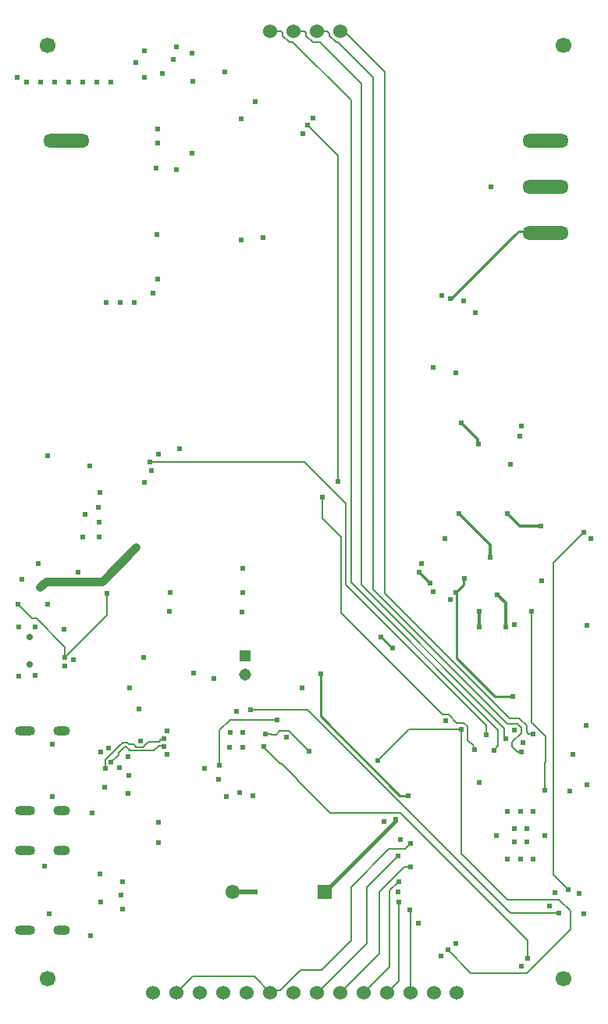
<source format=gbl>
G04*
G04 #@! TF.GenerationSoftware,Altium Limited,Altium Designer,25.4.2 (15)*
G04*
G04 Layer_Physical_Order=4*
G04 Layer_Color=16711680*
%FSLAX44Y44*%
%MOMM*%
G71*
G04*
G04 #@! TF.SameCoordinates,6A8DEE2E-71F6-4429-A04B-94C45BF31DEA*
G04*
G04*
G04 #@! TF.FilePolarity,Positive*
G04*
G01*
G75*
%ADD12C,0.1524*%
%ADD16C,0.2540*%
%ADD96C,1.5500*%
%ADD97R,1.5500X1.5500*%
G04:AMPARAMS|DCode=100|XSize=1mm|YSize=1.8mm|CornerRadius=0.5mm|HoleSize=0mm|Usage=FLASHONLY|Rotation=270.000|XOffset=0mm|YOffset=0mm|HoleType=Round|Shape=RoundedRectangle|*
%AMROUNDEDRECTD100*
21,1,1.0000,0.8000,0,0,270.0*
21,1,0.0000,1.8000,0,0,270.0*
1,1,1.0000,-0.4000,0.0000*
1,1,1.0000,-0.4000,0.0000*
1,1,1.0000,0.4000,0.0000*
1,1,1.0000,0.4000,0.0000*
%
%ADD100ROUNDEDRECTD100*%
G04:AMPARAMS|DCode=101|XSize=1mm|YSize=2.2mm|CornerRadius=0.5mm|HoleSize=0mm|Usage=FLASHONLY|Rotation=270.000|XOffset=0mm|YOffset=0mm|HoleType=Round|Shape=RoundedRectangle|*
%AMROUNDEDRECTD101*
21,1,1.0000,1.2000,0,0,270.0*
21,1,0.0000,2.2000,0,0,270.0*
1,1,1.0000,-0.6000,0.0000*
1,1,1.0000,-0.6000,0.0000*
1,1,1.0000,0.6000,0.0000*
1,1,1.0000,0.6000,0.0000*
%
%ADD101ROUNDEDRECTD101*%
%ADD102C,0.3302*%
%ADD103C,0.5080*%
%ADD104C,0.3810*%
%ADD105C,0.1532*%
%ADD108C,0.7000*%
%ADD109O,5.0000X1.5000*%
%ADD110C,1.5240*%
%ADD111C,1.7000*%
%ADD112R,1.3080X1.3080*%
%ADD113C,1.3080*%
%ADD114C,0.6096*%
%ADD116C,0.8890*%
D12*
X295632Y277868D02*
X297132D01*
X277750Y295750D02*
X278000Y295500D01*
X295632Y277868D01*
X297132D02*
X314139Y260861D01*
X361000Y441000D02*
X471142Y330858D01*
X477841D01*
X486922Y321777D01*
X494719D01*
X498736Y303264D02*
Y317760D01*
Y303264D02*
X505320Y296680D01*
Y293680D02*
Y296680D01*
X494719Y321777D02*
X498736Y317760D01*
X361000Y441000D02*
Y523000D01*
X505320Y293680D02*
X506000Y293000D01*
X396000Y466524D02*
Y1021000D01*
Y466524D02*
X541545Y320979D01*
X357811Y1059189D02*
X396000Y1021000D01*
X372000Y474000D02*
Y996000D01*
X305108Y1059189D02*
X308811D01*
X372000Y996000D01*
X355908Y1059189D02*
X357811D01*
X348989Y1066108D02*
X355908Y1059189D01*
X335400Y1071000D02*
X335439Y1070961D01*
X346039D02*
X348989Y1068011D01*
Y1066108D02*
Y1068011D01*
X335439Y1070961D02*
X346039D01*
X409000Y461785D02*
Y1027000D01*
X364030Y1071000D02*
X367519Y1067512D01*
X368488D02*
X409000Y1027000D01*
X360800Y1071000D02*
X364030D01*
X367519Y1067512D02*
X368488D01*
X383000Y471262D02*
X538603Y315659D01*
X383000Y471262D02*
Y1014476D01*
X338288Y1059189D02*
X383000Y1014476D01*
X409000Y461785D02*
X543964Y326821D01*
X554832D01*
X358000Y583000D02*
Y936000D01*
X325000Y969000D02*
X358000Y936000D01*
X324747Y336000D02*
X544747Y116000D01*
X598000D01*
X582000Y277981D02*
X583000Y278981D01*
X582000Y249000D02*
Y277981D01*
X583000Y278981D02*
Y307000D01*
X434919Y314919D02*
X491878D01*
X401000Y281000D02*
X434919Y314919D01*
X341000Y543000D02*
X361000Y523000D01*
X341000Y543000D02*
Y566000D01*
X568000Y322000D02*
Y443000D01*
Y322000D02*
X583000Y307000D01*
X541472Y130528D02*
X597814D01*
X491878Y180122D02*
X541472Y130528D01*
X491878Y180122D02*
Y314919D01*
X563000Y51000D02*
X610000Y98000D01*
Y118343D01*
X597814Y130528D02*
X610000Y118343D01*
X502177Y51000D02*
X563000D01*
X477192Y75984D02*
X502177Y51000D01*
X426142Y223858D02*
X563000Y87000D01*
X564000Y67000D02*
Y86000D01*
X563000Y87000D02*
Y87000D01*
Y87000D02*
X564000Y86000D01*
X592000Y157000D02*
Y495000D01*
Y157000D02*
X608000Y141000D01*
X592000Y495000D02*
X625000Y528000D01*
X322000Y604000D02*
X366539Y559461D01*
X154000Y604000D02*
X322000D01*
X366539Y471738D02*
Y559461D01*
X372000Y474000D02*
X532000Y314000D01*
Y297000D02*
Y314000D01*
X527000Y292000D02*
X532000Y297000D01*
X519000Y309000D02*
Y319277D01*
X366539Y471738D02*
X519000Y319277D01*
X349598Y223858D02*
X426142D01*
X107000Y438000D02*
Y462000D01*
X62000Y393000D02*
X107000Y438000D01*
X62000Y393000D02*
Y403699D01*
X30841Y434858D02*
X62000Y403699D01*
X26142Y434858D02*
X30841D01*
X11000Y450000D02*
X26142Y434858D01*
X314139Y259317D02*
Y260861D01*
X229722Y313722D02*
X241000Y325000D01*
X279000Y310000D02*
X279680Y309320D01*
X285723D02*
X286042Y309000D01*
X279680Y309320D02*
X285723D01*
X286042Y309000D02*
X290779D01*
X305000Y313000D02*
X327000Y291000D01*
X290779Y309000D02*
X294779Y313000D01*
X305000D01*
X229722Y275728D02*
Y313722D01*
X241000Y325000D02*
X292000D01*
X263000Y336000D02*
X324747D01*
X314139Y259317D02*
X349598Y223858D01*
X550274Y850312D02*
X550440D01*
X480000Y781000D02*
X480962D01*
X284600Y29600D02*
X287030Y32030D01*
X295547D01*
X317517Y54000D01*
X340000D01*
X372000Y86000D01*
Y144000D01*
X412858Y184858D01*
X430858D01*
X437000Y191000D01*
X389000Y144000D02*
X423000Y178000D01*
X389000Y83000D02*
Y144000D01*
X335600Y29600D02*
X389000Y83000D01*
X360800Y29600D02*
X403000Y71800D01*
Y138699D02*
X430142Y165841D01*
X403000Y71800D02*
Y138699D01*
X430142Y165841D02*
X436841D01*
X437000Y166000D01*
X386200Y29600D02*
X414000Y57400D01*
Y140000D02*
X424000Y150000D01*
X414000Y57400D02*
Y140000D01*
X411600Y29600D02*
X424000Y42000D01*
Y128000D01*
X436500Y30100D02*
Y118500D01*
Y30100D02*
X437000Y29600D01*
X436000Y119000D02*
X436500Y118500D01*
X554832Y326821D02*
X562494Y319158D01*
Y311934D02*
X564428Y310000D01*
X562494Y311934D02*
Y319158D01*
X564428Y310000D02*
X570000D01*
X541545Y320979D02*
X552412D01*
X330508Y1059189D02*
X338288D01*
X547239Y301329D02*
X556652Y310742D01*
X547239Y295761D02*
Y301329D01*
X552412Y320979D02*
X556652Y316739D01*
X556645Y290356D02*
X557000Y290000D01*
X547239Y295761D02*
X552645Y290356D01*
X556645D01*
X556652Y310742D02*
Y316739D01*
X540000Y305000D02*
Y305756D01*
X538603Y307153D02*
X540000Y305756D01*
X538603Y307153D02*
Y315659D01*
X323589Y1066108D02*
Y1069066D01*
X321655Y1071000D02*
X323589Y1069066D01*
X310000Y1071000D02*
X321655D01*
X323589Y1066108D02*
X330508Y1059189D01*
X298189Y1066108D02*
Y1069066D01*
X296255Y1071000D02*
X298189Y1069066D01*
X284600Y1071000D02*
X296255D01*
X298189Y1066108D02*
X305108Y1059189D01*
X267200Y47000D02*
X284600Y29600D01*
X200400Y47000D02*
X267200D01*
X183000Y29600D02*
X200400Y47000D01*
D16*
X486939Y391569D02*
Y457841D01*
Y391569D02*
X527828Y350680D01*
X486000Y463000D02*
X486680Y462320D01*
Y458099D02*
Y462320D01*
Y458099D02*
X486939Y457841D01*
X527828Y350680D02*
X547320D01*
X548000Y350000D01*
X405000Y415000D02*
X417000Y403000D01*
X339000Y328932D02*
Y375000D01*
Y328932D02*
X424932Y243000D01*
X434000D01*
X554128Y854000D02*
X575000D01*
X550440Y850312D02*
X554128Y854000D01*
X480962Y781000D02*
X550274Y850312D01*
X446000Y485000D02*
X458000Y473000D01*
X494320Y477320D02*
X495000Y478000D01*
X494320Y471320D02*
Y477320D01*
X486000Y463000D02*
X494320Y471320D01*
D96*
X244000Y139000D02*
D03*
D97*
X344000D02*
D03*
D100*
X58500Y226800D02*
D03*
Y313200D02*
D03*
Y96800D02*
D03*
Y183200D02*
D03*
D101*
X18500Y226800D02*
D03*
Y313200D02*
D03*
Y96800D02*
D03*
Y183200D02*
D03*
D102*
X509465Y624535D02*
X510000Y624000D01*
X509465Y624535D02*
Y628455D01*
X491490Y646430D02*
X509465Y628455D01*
X531115Y460383D02*
X539750Y451749D01*
Y425450D02*
Y451749D01*
X510969Y442437D02*
X511409Y441997D01*
Y425634D02*
Y441997D01*
X554915Y535286D02*
X578227D01*
X541561Y548640D02*
X554915Y535286D01*
X523273Y501363D02*
Y514317D01*
X488950Y548640D02*
X523273Y514317D01*
D103*
X244000Y139000D02*
X268000D01*
D104*
X420563Y216563D02*
X421000Y217000D01*
X420563Y215563D02*
Y216563D01*
X344000Y139000D02*
X420563Y215563D01*
D105*
X105706Y279869D02*
G03*
X106000Y276910I6294J-869D01*
G01*
X129686Y300072D02*
X131299Y299056D01*
X132568Y299056D01*
X123056D02*
X125045Y300072D01*
X106000Y282000D02*
X123056Y299056D01*
X105706Y279869D02*
X106000Y282000D01*
Y272000D02*
Y276910D01*
X136111Y299056D02*
X139021Y296146D01*
X132568Y299056D02*
X136111D01*
X125045Y300072D02*
X129686D01*
X112000Y279000D02*
X119802Y286802D01*
Y289071D01*
X126731Y296000D01*
X128000D02*
X132425Y291575D01*
X126731Y296000D02*
X128000D01*
X138521Y295646D02*
X146632D01*
X152251Y301266D02*
X164000D01*
X146632Y295646D02*
X152251Y301266D01*
X164000D02*
X166089Y303355D01*
X166302D02*
X167765Y304818D01*
X169000D01*
X166089Y303355D02*
X166302D01*
X131425Y291575D02*
X158380D01*
X163861Y297055D01*
X168127D01*
X169000Y296182D01*
D108*
X23301Y415001D02*
D03*
Y385001D02*
D03*
D109*
X63000Y952000D02*
D03*
X583000Y852000D02*
D03*
Y902000D02*
D03*
Y952000D02*
D03*
D110*
X335400Y29600D02*
D03*
X310000D02*
D03*
X233800D02*
D03*
X259200D02*
D03*
X284600D02*
D03*
X486794D02*
D03*
X462400D02*
D03*
X386200D02*
D03*
X411600D02*
D03*
X437000D02*
D03*
X360800D02*
D03*
X208400D02*
D03*
X183000D02*
D03*
X157600D02*
D03*
X284600Y1071000D02*
D03*
X310000D02*
D03*
X335400D02*
D03*
X360800D02*
D03*
D111*
X42840Y1055600D02*
D03*
X602560D02*
D03*
X42840Y45000D02*
D03*
X602560D02*
D03*
D112*
X257500Y394000D02*
D03*
D113*
Y374000D02*
D03*
D114*
X544830Y601980D02*
D03*
X11958Y425687D02*
D03*
X29210Y425450D02*
D03*
Y373380D02*
D03*
X12047Y372503D02*
D03*
X531115Y460383D02*
D03*
X539750Y425450D02*
D03*
X510969Y442437D02*
D03*
X511409Y425634D02*
D03*
X541561Y548640D02*
D03*
X488950D02*
D03*
X491490Y646430D02*
D03*
X106680Y777240D02*
D03*
X121920D02*
D03*
X137160D02*
D03*
X157480Y787400D02*
D03*
X162560Y802640D02*
D03*
Y949960D02*
D03*
Y965200D02*
D03*
X111760Y1016000D02*
D03*
X96520D02*
D03*
X81280D02*
D03*
X66040D02*
D03*
X50800D02*
D03*
X35560D02*
D03*
X20320D02*
D03*
X10160Y1021080D02*
D03*
X277750Y295750D02*
D03*
X48000Y242000D02*
D03*
Y299000D02*
D03*
X120969Y273044D02*
D03*
X91000Y224000D02*
D03*
X108969Y294044D02*
D03*
X101000Y290000D02*
D03*
X112000Y279000D02*
D03*
X105000Y252000D02*
D03*
X106000Y272000D02*
D03*
X130000Y245000D02*
D03*
X130000Y285000D02*
D03*
X131000Y265000D02*
D03*
X15240Y477520D02*
D03*
X511000Y257000D02*
D03*
X558969Y300044D02*
D03*
X475000Y324000D02*
D03*
X448969Y494044D02*
D03*
X461000Y464000D02*
D03*
X632000Y521000D02*
D03*
X493969Y779044D02*
D03*
X470969Y785044D02*
D03*
X330969Y977044D02*
D03*
X319969Y960044D02*
D03*
X162969Y613044D02*
D03*
X155969Y595044D02*
D03*
X61969Y383044D02*
D03*
X70969Y390044D02*
D03*
X556969Y58044D02*
D03*
X587317Y123137D02*
D03*
X592969Y138044D02*
D03*
X620000Y137000D02*
D03*
X470000Y69000D02*
D03*
X486000Y83000D02*
D03*
X445000Y105000D02*
D03*
X423000Y139000D02*
D03*
X426000Y195000D02*
D03*
X408000Y215000D02*
D03*
X598000Y116000D02*
D03*
X612650Y287688D02*
D03*
X582000Y249000D02*
D03*
X35000Y469000D02*
D03*
X200000Y1047000D02*
D03*
X325000Y969000D02*
D03*
X461000Y707000D02*
D03*
X524000Y902000D02*
D03*
X555000Y632000D02*
D03*
X268000Y995000D02*
D03*
X235000Y1027000D02*
D03*
X609394Y247687D02*
D03*
X548000Y350000D02*
D03*
X405000Y415000D02*
D03*
X417000Y403000D02*
D03*
X277000Y847000D02*
D03*
X253000Y845000D02*
D03*
X173000Y288000D02*
D03*
Y313000D02*
D03*
X169000Y304818D02*
D03*
Y296182D02*
D03*
X101000Y127920D02*
D03*
X122774Y135508D02*
D03*
X401000Y281000D02*
D03*
X142219Y337092D02*
D03*
X163000Y192000D02*
D03*
X162899Y213883D02*
D03*
X255000Y489000D02*
D03*
X254548Y462503D02*
D03*
X253888Y442141D02*
D03*
X175190Y442911D02*
D03*
X175961Y462943D02*
D03*
X506000Y293000D02*
D03*
X341000Y566000D02*
D03*
X358000Y583000D02*
D03*
X200256Y1016668D02*
D03*
X167345Y1025251D02*
D03*
X148000Y1021000D02*
D03*
X139000Y1037000D02*
D03*
X148000Y1050000D02*
D03*
X179000Y1040000D02*
D03*
X183000Y1054000D02*
D03*
X253000Y976000D02*
D03*
X200003Y938919D02*
D03*
X183000Y921000D02*
D03*
X161000Y923000D02*
D03*
X162000Y851000D02*
D03*
X90000Y91000D02*
D03*
X228375Y260608D02*
D03*
X237000Y242000D02*
D03*
X266000Y243000D02*
D03*
X100000Y158000D02*
D03*
X434000Y243000D02*
D03*
X339000Y375000D02*
D03*
X223000Y370000D02*
D03*
X201000Y376000D02*
D03*
X147000Y393000D02*
D03*
X564000Y67000D02*
D03*
X477192Y75984D02*
D03*
X491878Y314919D02*
D03*
X474000Y521000D02*
D03*
X523273Y501363D02*
D03*
X608000Y141000D02*
D03*
X625000Y528000D02*
D03*
X186000Y619000D02*
D03*
X147656Y582468D02*
D03*
X519000Y309000D02*
D03*
X154000Y604000D02*
D03*
X43000Y611000D02*
D03*
X33000Y494000D02*
D03*
X139000Y512000D02*
D03*
X107000Y462000D02*
D03*
X62000Y393000D02*
D03*
X11000Y450000D02*
D03*
X43000D02*
D03*
X251000Y246000D02*
D03*
X240000Y295000D02*
D03*
X255000D02*
D03*
X241000Y311000D02*
D03*
X255000D02*
D03*
X279000Y310000D02*
D03*
X76000Y485000D02*
D03*
X61000Y423000D02*
D03*
X89000Y600000D02*
D03*
X99474Y571525D02*
D03*
X98000Y555000D02*
D03*
X98579Y539240D02*
D03*
X84000Y548000D02*
D03*
X99000Y523000D02*
D03*
X81000D02*
D03*
X132000Y360000D02*
D03*
X144000Y302000D02*
D03*
X124000Y120000D02*
D03*
X124176Y149958D02*
D03*
X44402Y114822D02*
D03*
X40000Y167000D02*
D03*
X263000Y336000D02*
D03*
X327000Y291000D02*
D03*
X248000Y334000D02*
D03*
X229722Y275728D02*
D03*
X292000Y325000D02*
D03*
X480000Y781000D02*
D03*
X568000Y443000D02*
D03*
X421000Y217000D02*
D03*
X437000Y191000D02*
D03*
X423000Y178000D02*
D03*
X437000Y166000D02*
D03*
X424000Y150000D02*
D03*
Y128000D02*
D03*
X436000Y119000D02*
D03*
X486000Y701000D02*
D03*
X458000Y473000D02*
D03*
X446000Y485000D02*
D03*
X527000Y292000D02*
D03*
X540000Y305000D02*
D03*
X557000Y290000D02*
D03*
X549413Y313740D02*
D03*
X570000Y310000D02*
D03*
X480081Y455000D02*
D03*
X570000Y226000D02*
D03*
X510000Y624000D02*
D03*
X495000Y478000D02*
D03*
X486000Y463000D02*
D03*
X579000Y476000D02*
D03*
X507000Y766000D02*
D03*
X557046Y643522D02*
D03*
X318932Y359696D02*
D03*
X301963Y305945D02*
D03*
X213000Y272000D02*
D03*
X268000Y139000D02*
D03*
X578227Y535286D02*
D03*
X628000Y427000D02*
D03*
X549661Y427938D02*
D03*
X627589Y319199D02*
D03*
X563000Y193000D02*
D03*
X549000D02*
D03*
Y207000D02*
D03*
X563000D02*
D03*
X570000Y174000D02*
D03*
X556000D02*
D03*
X542000D02*
D03*
X530000Y200000D02*
D03*
X582000D02*
D03*
X542000Y226000D02*
D03*
X556000D02*
D03*
X628000Y255000D02*
D03*
X625000Y115000D02*
D03*
D116*
X35000Y469000D02*
X40967Y474967D01*
X101967D01*
X139000Y512000D01*
M02*

</source>
